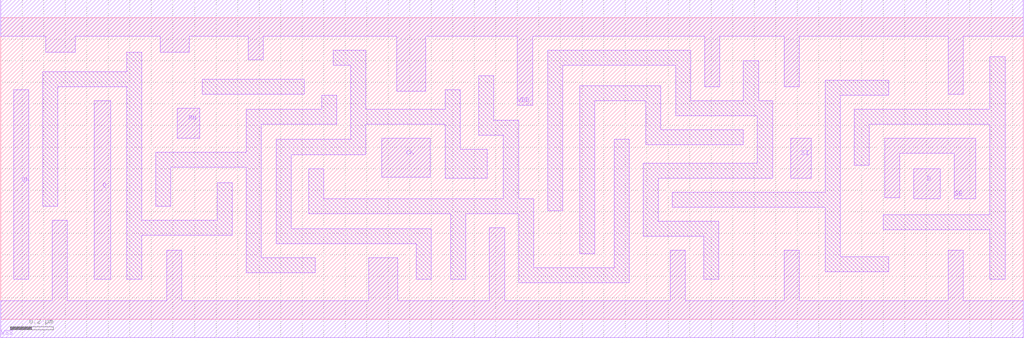
<source format=lef>
# 
# ******************************************************************************
# *                                                                            *
# *                   Copyright (C) 2004-2010, Nangate Inc.                    *
# *                           All rights reserved.                             *
# *                                                                            *
# * Nangate and the Nangate logo are trademarks of Nangate Inc.                *
# *                                                                            *
# * All trademarks, logos, software marks, and trade names (collectively the   *
# * "Marks") in this program are proprietary to Nangate or other respective    *
# * owners that have granted Nangate the right and license to use such Marks.  *
# * You are not permitted to use the Marks without the prior written consent   *
# * of Nangate or such third party that may own the Marks.                     *
# *                                                                            *
# * This file has been provided pursuant to a License Agreement containing     *
# * restrictions on its use. This file contains valuable trade secrets and     *
# * proprietary information of Nangate Inc., and is protected by U.S. and      *
# * international laws and/or treaties.                                        *
# *                                                                            *
# * The copyright notice(s) in this file does not indicate actual or intended  *
# * publication of this file.                                                  *
# *                                                                            *
# *     NGLibraryCreator, v2010.08-HR32-SP3-2010-08-05 - build 1009061800      *
# *                                                                            *
# ******************************************************************************
# 
# 
# Running on brazil06.nangate.com.br for user Giancarlo Franciscatto (gfr).
# Local time is now Fri, 3 Dec 2010, 19:32:18.
# Main process id is 27821.

VERSION 5.6 ;
BUSBITCHARS "[]" ;
DIVIDERCHAR "/" ;

MACRO SDFFR_X1
  CLASS core ;
  FOREIGN SDFFR_X1 0.0 0.0 ;
  ORIGIN 0 0 ;
  SYMMETRY X Y ;
  SITE FreePDK45_38x28_10R_NP_162NW_34O ;
  SIZE 4.75 BY 1.4 ;
  PIN D
    DIRECTION INPUT ;
    ANTENNAPARTIALMETALAREA 0.0175 LAYER metal1 ;
    ANTENNAPARTIALMETALSIDEAREA 0.0689 LAYER metal1 ;
    ANTENNAGATEAREA 0.03475 ;
    PORT
      LAYER metal1 ;
        POLYGON 4.24 0.56 4.365 0.56 4.365 0.7 4.24 0.7  ;
    END
  END D
  PIN RN
    DIRECTION INPUT ;
    ANTENNAPARTIALMETALAREA 0.0147 LAYER metal1 ;
    ANTENNAPARTIALMETALSIDEAREA 0.0637 LAYER metal1 ;
    ANTENNAGATEAREA 0.03525 ;
    PORT
      LAYER metal1 ;
        POLYGON 0.82 0.84 0.925 0.84 0.925 0.98 0.82 0.98  ;
    END
  END RN
  PIN SE
    DIRECTION INPUT ;
    ANTENNAPARTIALMETALAREA 0.0651 LAYER metal1 ;
    ANTENNAPARTIALMETALSIDEAREA 0.2366 LAYER metal1 ;
    ANTENNAGATEAREA 0.05775 ;
    PORT
      LAYER metal1 ;
        POLYGON 4.105 0.565 4.175 0.565 4.175 0.77 4.43 0.77 4.43 0.56 4.53 0.56 4.53 0.84 4.105 0.84  ;
    END
  END SE
  PIN SI
    DIRECTION INPUT ;
    ANTENNAPARTIALMETALAREA 0.017575 LAYER metal1 ;
    ANTENNAPARTIALMETALSIDEAREA 0.0728 LAYER metal1 ;
    ANTENNAGATEAREA 0.02625 ;
    PORT
      LAYER metal1 ;
        POLYGON 3.67 0.655 3.765 0.655 3.765 0.84 3.67 0.84  ;
    END
  END SI
  PIN CK
    DIRECTION INPUT ;
    ANTENNAPARTIALMETALAREA 0.0405 LAYER metal1 ;
    ANTENNAPARTIALMETALSIDEAREA 0.1053 LAYER metal1 ;
    ANTENNAGATEAREA 0.02625 ;
    PORT
      LAYER metal1 ;
        POLYGON 1.77 0.66 1.995 0.66 1.995 0.84 1.77 0.84  ;
    END
  END CK
  PIN Q
    DIRECTION OUTPUT ;
    ANTENNAPARTIALMETALAREA 0.06225 LAYER metal1 ;
    ANTENNAPARTIALMETALSIDEAREA 0.2353 LAYER metal1 ;
    ANTENNADIFFAREA 0.109725 ;
    PORT
      LAYER metal1 ;
        POLYGON 0.435 0.185 0.51 0.185 0.51 1.015 0.435 1.015  ;
    END
  END Q
  PIN QN
    DIRECTION OUTPUT ;
    ANTENNAPARTIALMETALAREA 0.0616 LAYER metal1 ;
    ANTENNAPARTIALMETALSIDEAREA 0.247 LAYER metal1 ;
    ANTENNADIFFAREA 0.109725 ;
    PORT
      LAYER metal1 ;
        POLYGON 0.06 0.185 0.13 0.185 0.13 1.065 0.06 1.065  ;
    END
  END QN
  PIN VDD
    DIRECTION INOUT ;
    USE power ;
    SHAPE ABUTMENT ;
    PORT
      LAYER metal1 ;
        POLYGON 0 1.315 0.21 1.315 0.21 1.24 0.345 1.24 0.345 1.315 0.74 1.315 0.74 1.24 0.875 1.24 0.875 1.315 1.15 1.315 1.15 1.205 1.22 1.205 1.22 1.315 1.41 1.315 1.84 1.315 1.84 1.06 1.975 1.06 1.975 1.315 2.4 1.315 2.4 0.995 2.47 0.995 2.47 1.315 3.27 1.315 3.27 1.08 3.34 1.08 3.34 1.315 3.585 1.315 3.64 1.315 3.64 1.08 3.71 1.08 3.71 1.315 4.125 1.315 4.4 1.315 4.4 1.045 4.47 1.045 4.47 1.315 4.665 1.315 4.75 1.315 4.75 1.485 4.665 1.485 4.125 1.485 3.585 1.485 1.41 1.485 0 1.485  ;
    END
  END VDD
  PIN VSS
    DIRECTION INOUT ;
    USE ground ;
    SHAPE ABUTMENT ;
    PORT
      LAYER metal1 ;
        POLYGON 0 -0.085 4.75 -0.085 4.75 0.085 4.47 0.085 4.47 0.32 4.4 0.32 4.4 0.085 3.71 0.085 3.71 0.32 3.64 0.32 3.64 0.085 3.18 0.085 3.18 0.32 3.11 0.32 3.11 0.085 2.34 0.085 2.34 0.425 2.27 0.425 2.27 0.085 1.845 0.085 1.845 0.285 1.71 0.285 1.71 0.085 0.84 0.085 0.84 0.32 0.77 0.32 0.77 0.085 0.31 0.085 0.31 0.46 0.24 0.46 0.24 0.085 0 0.085  ;
    END
  END VSS
  OBS
      LAYER metal1 ;
        POLYGON 0.195 0.525 0.265 0.525 0.265 1.08 0.585 1.08 0.585 0.185 0.655 0.185 0.655 0.39 1.075 0.39 1.075 0.635 1.005 0.635 1.005 0.46 0.655 0.46 0.655 1.24 0.585 1.24 0.585 1.15 0.195 1.15  ;
        POLYGON 0.935 1.045 1.41 1.045 1.41 1.115 0.935 1.115  ;
        POLYGON 1.21 0.905 1.56 0.905 1.56 1.04 1.49 1.04 1.49 0.975 1.14 0.975 1.14 0.775 0.72 0.775 0.72 0.525 0.79 0.525 0.79 0.705 1.14 0.705 1.14 0.215 1.46 0.215 1.46 0.285 1.21 0.285  ;
        POLYGON 1.35 0.765 1.695 0.765 1.695 0.905 2.065 0.905 2.065 0.655 2.26 0.655 2.26 0.79 2.135 0.79 2.135 1.065 2.065 1.065 2.065 0.975 1.695 0.975 1.695 1.25 1.545 1.25 1.545 1.18 1.625 1.18 1.625 0.835 1.28 0.835 1.28 0.35 1.93 0.35 1.93 0.185 2 0.185 2 0.42 1.35 0.42  ;
        POLYGON 2.22 0.855 2.335 0.855 2.335 0.56 1.5 0.56 1.5 0.7 1.43 0.7 1.43 0.49 2.09 0.49 2.09 0.185 2.16 0.185 2.16 0.49 2.405 0.49 2.405 0.17 2.92 0.17 2.92 0.835 2.85 0.835 2.85 0.24 2.475 0.24 2.475 0.56 2.405 0.56 2.405 0.925 2.29 0.925 2.29 1.13 2.22 1.13  ;
        POLYGON 2.69 0.305 2.76 0.305 2.76 1.015 2.995 1.015 2.995 0.81 3.45 0.81 3.45 0.88 3.065 0.88 3.065 1.085 2.69 1.085  ;
        POLYGON 2.54 0.505 2.61 0.505 2.61 1.18 3.135 1.18 3.135 0.945 3.515 0.945 3.515 0.725 2.985 0.725 2.985 0.385 3.265 0.385 3.265 0.185 3.335 0.185 3.335 0.455 3.055 0.455 3.055 0.655 3.585 0.655 3.585 1.015 3.52 1.015 3.52 1.2 3.45 1.2 3.45 1.015 3.205 1.015 3.205 1.25 2.54 1.25  ;
        POLYGON 3.9 1.04 4.125 1.04 4.125 1.11 3.83 1.11 3.83 0.59 3.12 0.59 3.12 0.52 3.83 0.52 3.83 0.22 4.125 0.22 4.125 0.29 3.9 0.29  ;
        POLYGON 3.965 0.715 4.035 0.715 4.035 0.905 4.595 0.905 4.595 0.485 4.1 0.485 4.1 0.415 4.595 0.415 4.595 0.185 4.665 0.185 4.665 1.22 4.595 1.22 4.595 0.975 3.965 0.975  ;
  END
END SDFFR_X1

END LIBRARY
#
# End of file
#

</source>
